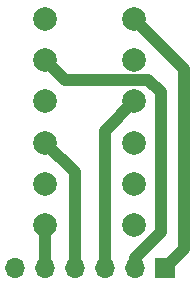
<source format=gbr>
%TF.GenerationSoftware,KiCad,Pcbnew,9.0.0*%
%TF.CreationDate,2025-05-09T11:35:13-04:00*%
%TF.ProjectId,Blue Raven Extension,426c7565-2052-4617-9665-6e2045787465,rev?*%
%TF.SameCoordinates,Original*%
%TF.FileFunction,Copper,L1,Top*%
%TF.FilePolarity,Positive*%
%FSLAX46Y46*%
G04 Gerber Fmt 4.6, Leading zero omitted, Abs format (unit mm)*
G04 Created by KiCad (PCBNEW 9.0.0) date 2025-05-09 11:35:13*
%MOMM*%
%LPD*%
G01*
G04 APERTURE LIST*
%TA.AperFunction,ComponentPad*%
%ADD10C,2.000000*%
%TD*%
%TA.AperFunction,ComponentPad*%
%ADD11R,1.700000X1.700000*%
%TD*%
%TA.AperFunction,ComponentPad*%
%ADD12O,1.700000X1.700000*%
%TD*%
%TA.AperFunction,Conductor*%
%ADD13C,1.000000*%
%TD*%
G04 APERTURE END LIST*
D10*
%TO.P,SW1,1,Pin_1*%
%TO.N,/Vin*%
X202750000Y-111000000D03*
%TO.P,SW1,2,Pin_2*%
%TO.N,/SW*%
X202750000Y-107500000D03*
%TO.P,SW1,3,Pin_3*%
%TO.N,/Vin*%
X202750000Y-104000000D03*
%TO.P,SW1,4,Pin_4*%
%TO.N,/Main*%
X202750000Y-100500000D03*
%TO.P,SW1,5,Pin_5*%
%TO.N,/Vin*%
X202750000Y-97000000D03*
%TO.P,SW1,6,Pin_6*%
%TO.N,/4th*%
X202750000Y-93500000D03*
%TD*%
D11*
%TO.P,J1,1,Pin_1*%
%TO.N,/4th*%
X205350000Y-114625000D03*
D12*
%TO.P,J1,2,Pin_2*%
%TO.N,/3rd*%
X202810000Y-114625000D03*
%TO.P,J1,3,Pin_3*%
%TO.N,/Main*%
X200270001Y-114625000D03*
%TO.P,J1,4,Pin_4*%
%TO.N,/Apo*%
X197730000Y-114625000D03*
%TO.P,J1,5,Pin_5*%
%TO.N,GND*%
X195190000Y-114625000D03*
%TO.P,J1,6,Pin_6*%
%TO.N,/Vin*%
X192650000Y-114625000D03*
%TD*%
D10*
%TO.P,JBAT1,1,Pin_1*%
%TO.N,/Vin*%
X195250000Y-93500000D03*
%TO.P,JBAT1,2,Pin_2*%
%TO.N,/3rd*%
X195250000Y-97000000D03*
%TO.P,JBAT1,3,Pin_3*%
%TO.N,/Vin*%
X195250000Y-100500000D03*
%TO.P,JBAT1,4,Pin_4*%
%TO.N,/Apo*%
X195250000Y-104000000D03*
%TO.P,JBAT1,5,Pin_5*%
%TO.N,/SW*%
X195250000Y-107500000D03*
%TO.P,JBAT1,6,Pin_6*%
%TO.N,GND*%
X195250000Y-111000000D03*
%TD*%
D13*
%TO.N,/4th*%
X205350000Y-114625000D02*
X207000000Y-112975000D01*
X207000000Y-112975000D02*
X207000000Y-97750000D01*
X207000000Y-97750000D02*
X202750000Y-93500000D01*
%TO.N,/Main*%
X200270001Y-102979999D02*
X202750000Y-100500000D01*
X200270001Y-114625000D02*
X200270001Y-102979999D01*
%TO.N,/Apo*%
X197730000Y-106480000D02*
X195250000Y-104000000D01*
X197730000Y-114625000D02*
X197730000Y-106480000D01*
%TO.N,GND*%
X195250000Y-114565000D02*
X195190000Y-114625000D01*
X195250000Y-111000000D02*
X195250000Y-114565000D01*
%TO.N,/3rd*%
X196951000Y-98701000D02*
X195250000Y-97000000D01*
X205000000Y-111577789D02*
X205000000Y-99750000D01*
X203951000Y-98701000D02*
X196951000Y-98701000D01*
X205000000Y-99750000D02*
X203951000Y-98701000D01*
X202810000Y-113767789D02*
X205000000Y-111577789D01*
X202810000Y-114625000D02*
X202810000Y-113767789D01*
%TO.N,/Vin*%
X195250000Y-93500000D02*
X195400000Y-93500000D01*
%TD*%
M02*

</source>
